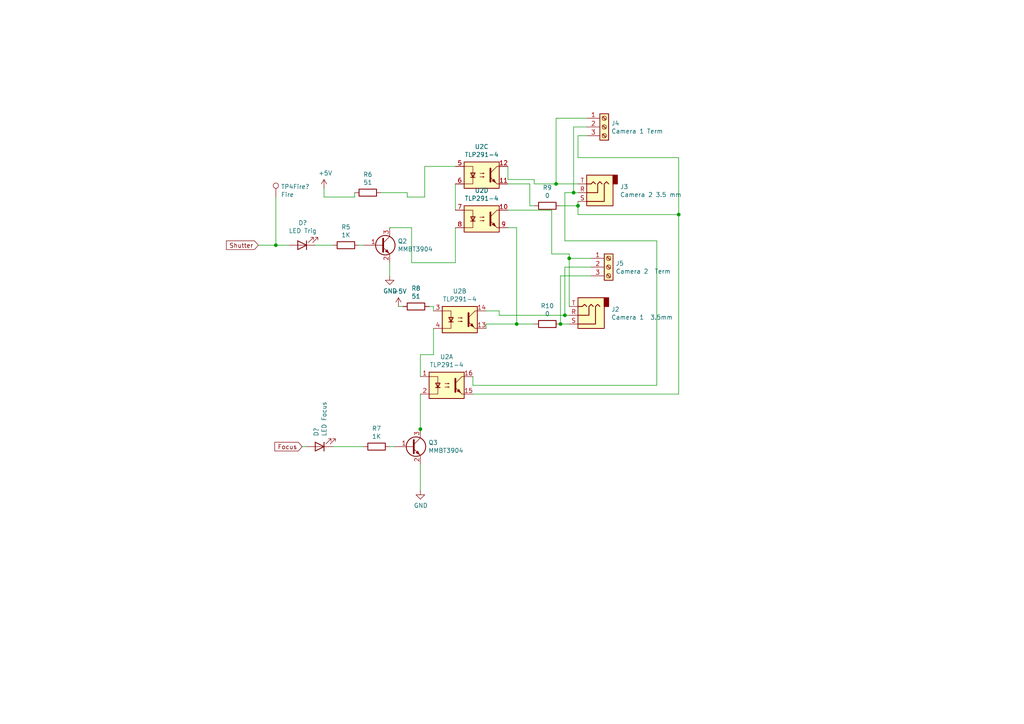
<source format=kicad_sch>
(kicad_sch (version 20230121) (generator eeschema)
  (paper "A4")
  (lib_symbols
    (symbol "CameraTriggerSensorNodeOnly-rescue:AudioJack3-Connector"
      (property "Reference" "J" (at 0 8.89 0))
      (property "Value" "Connector_AudioJack3" (at 0 6.35 0))
      (symbol "AudioJack3-Connector_0_1"
        (rectangle (start -5.08 -5.08) (end -6.35 -2.54) (stroke (width 0.254)) (fill (type outline)))
        (polyline (pts (xy 0 -2.54) (xy 0.635 -3.175) (xy 1.27 -2.54) (xy 2.54 -2.54)) (stroke (width 0.254)))
        (polyline (pts (xy -1.905 -2.54) (xy -1.27 -3.175) (xy -0.635 -2.54) (xy -0.635 0) (xy 2.54 0)) (stroke (width 0.254)))
        (polyline (pts (xy 2.54 2.54) (xy -2.54 2.54) (xy -2.54 -2.54) (xy -3.175 -3.175) (xy -3.81 -2.54)) (stroke (width 0.254)))
        (rectangle (start 2.54 3.81) (end -5.08 -5.08) (stroke (width 0.254)) (fill (type background)))
      )
      (symbol "AudioJack3-Connector_1_1"
        (pin passive line (at 5.08 0 180) (length 2.54) (name "~") (number "R"))
        (pin passive line (at 5.08 2.54 180) (length 2.54) (name "~") (number "S"))
        (pin passive line (at 5.08 -2.54 180) (length 2.54) (name "~") (number "T"))
      )
    )
    (symbol "Connector:Screw_Terminal_01x03" (pin_names (offset 1.016) hide)
      (property "Reference" "J" (at 0 5.08 0))
      (property "Value" "Screw_Terminal_01x03" (at 0 -5.08 0))
      (symbol "Screw_Terminal_01x03_1_1"
        (rectangle (start -1.27 3.81) (end 1.27 -3.81) (stroke (width 0.254)) (fill (type background)))
        (circle (center 0 -2.54) (radius 0.635) (stroke (width 0.1524)))
        (polyline (pts (xy -0.5334 -2.2098) (xy 0.3302 -3.048)) (stroke (width 0.1524)))
        (polyline (pts (xy -0.5334 0.3302) (xy 0.3302 -0.508)) (stroke (width 0.1524)))
        (polyline (pts (xy -0.5334 2.8702) (xy 0.3302 2.032)) (stroke (width 0.1524)))
        (polyline (pts (xy -0.3556 -2.032) (xy 0.508 -2.8702)) (stroke (width 0.1524)))
        (polyline (pts (xy -0.3556 0.508) (xy 0.508 -0.3302)) (stroke (width 0.1524)))
        (polyline (pts (xy -0.3556 3.048) (xy 0.508 2.2098)) (stroke (width 0.1524)))
        (circle (center 0 0) (radius 0.635) (stroke (width 0.1524)))
        (circle (center 0 2.54) (radius 0.635) (stroke (width 0.1524)))
        (pin passive line (at -5.08 2.54 0) (length 3.81) (name "Pin_1") (number "1"))
        (pin passive line (at -5.08 0 0) (length 3.81) (name "Pin_2") (number "2"))
        (pin passive line (at -5.08 -2.54 0) (length 3.81) (name "Pin_3") (number "3"))
      )
    )
    (symbol "Connector:TestPoint" (pin_numbers hide) (pin_names (offset 0.762) hide)
      (property "Reference" "TP" (at 0 6.858 0))
      (property "Value" "TestPoint" (at 0 5.08 0))
      (symbol "TestPoint_0_1"
        (circle (center 0 3.302) (radius 0.762))
      )
      (symbol "TestPoint_1_1"
        (pin passive line (at 0 0 90) (length 2.54) (name "1") (number "1"))
      )
    )
    (symbol "Device:LED" (pin_numbers hide) (pin_names (offset 1.016) hide)
      (property "Reference" "D" (at 0 2.54 0))
      (property "Value" "LED" (at 0 -2.54 0))
      (symbol "LED_0_1"
        (polyline (pts (xy -1.27 -1.27) (xy -1.27 1.27)) (stroke (width 0.254)))
        (polyline (pts (xy -1.27 0) (xy 1.27 0)))
        (polyline (pts (xy 1.27 -1.27) (xy 1.27 1.27) (xy -1.27 0) (xy 1.27 -1.27)) (stroke (width 0.254)))
        (polyline (pts (xy -3.048 -0.762) (xy -4.572 -2.286) (xy -3.81 -2.286) (xy -4.572 -2.286) (xy -4.572 -1.524)))
        (polyline (pts (xy -1.778 -0.762) (xy -3.302 -2.286) (xy -2.54 -2.286) (xy -3.302 -2.286) (xy -3.302 -1.524)))
      )
      (symbol "LED_1_1"
        (pin passive line (at -3.81 0 0) (length 2.54) (name "K") (number "1"))
        (pin passive line (at 3.81 0 180) (length 2.54) (name "A") (number "2"))
      )
    )
    (symbol "Device:R" (pin_numbers hide) (pin_names (offset 0))
      (property "Reference" "R" (at 2.032 0 90))
      (property "Value" "R" (at 0 0 90))
      (symbol "R_0_1"
        (rectangle (start -1.016 -2.54) (end 1.016 2.54) (stroke (width 0.254)))
      )
      (symbol "R_1_1"
        (pin passive line (at 0 3.81 270) (length 1.27) (name "~") (number "1"))
        (pin passive line (at 0 -3.81 90) (length 1.27) (name "~") (number "2"))
      )
    )
    (symbol "Isolator:TLP291-4"
      (property "Reference" "U" (at -5.08 5.08 0))
      (property "Value" "TLP291-4" (at 0 5.08 0))
      (symbol "TLP291-4_0_1"
        (rectangle (start -5.08 3.81) (end 5.08 -3.81) (stroke (width 0.254)) (fill (type background)))
        (polyline (pts (xy -3.175 -0.635) (xy -1.905 -0.635)) (stroke (width 0.254)))
        (polyline (pts (xy 2.54 0.635) (xy 4.445 2.54)))
        (polyline (pts (xy 4.445 -2.54) (xy 2.54 -0.635)) (fill (type outline)))
        (polyline (pts (xy 4.445 -2.54) (xy 5.08 -2.54)))
        (polyline (pts (xy 4.445 2.54) (xy 5.08 2.54)))
        (polyline (pts (xy -5.08 2.54) (xy -2.54 2.54) (xy -2.54 0.635)))
        (polyline (pts (xy -2.54 0.635) (xy -2.54 -2.54) (xy -5.08 -2.54)))
        (polyline (pts (xy 2.54 1.905) (xy 2.54 -1.905) (xy 2.54 -1.905)) (stroke (width 0.508)))
        (polyline (pts (xy -2.54 -0.635) (xy -3.175 0.635) (xy -1.905 0.635) (xy -2.54 -0.635)) (stroke (width 0.254)))
        (polyline (pts (xy -0.508 -0.508) (xy 0.762 -0.508) (xy 0.381 -0.635) (xy 0.381 -0.381) (xy 0.762 -0.508)))
        (polyline (pts (xy -0.508 0.508) (xy 0.762 0.508) (xy 0.381 0.381) (xy 0.381 0.635) (xy 0.762 0.508)))
        (polyline (pts (xy 3.048 -1.651) (xy 3.556 -1.143) (xy 4.064 -2.159) (xy 3.048 -1.651) (xy 3.048 -1.651)) (fill (type outline)))
      )
      (symbol "TLP291-4_1_1"
        (pin passive line (at -7.62 2.54 0) (length 2.54) (name "~") (number "1"))
        (pin passive line (at 7.62 -2.54 180) (length 2.54) (name "~") (number "15"))
        (pin passive line (at 7.62 2.54 180) (length 2.54) (name "~") (number "16"))
        (pin passive line (at -7.62 -2.54 0) (length 2.54) (name "~") (number "2"))
      )
      (symbol "TLP291-4_2_1"
        (pin passive line (at 7.62 -2.54 180) (length 2.54) (name "~") (number "13"))
        (pin passive line (at 7.62 2.54 180) (length 2.54) (name "~") (number "14"))
        (pin passive line (at -7.62 2.54 0) (length 2.54) (name "~") (number "3"))
        (pin passive line (at -7.62 -2.54 0) (length 2.54) (name "~") (number "4"))
      )
      (symbol "TLP291-4_3_1"
        (pin passive line (at 7.62 -2.54 180) (length 2.54) (name "~") (number "11"))
        (pin passive line (at 7.62 2.54 180) (length 2.54) (name "~") (number "12"))
        (pin passive line (at -7.62 2.54 0) (length 2.54) (name "~") (number "5"))
        (pin passive line (at -7.62 -2.54 0) (length 2.54) (name "~") (number "6"))
      )
      (symbol "TLP291-4_4_1"
        (pin passive line (at 7.62 2.54 180) (length 2.54) (name "~") (number "10"))
        (pin passive line (at -7.62 2.54 0) (length 2.54) (name "~") (number "7"))
        (pin passive line (at -7.62 -2.54 0) (length 2.54) (name "~") (number "8"))
        (pin passive line (at 7.62 -2.54 180) (length 2.54) (name "~") (number "9"))
      )
    )
    (symbol "Transistor_BJT:MMBT3904" (pin_names (offset 0) hide)
      (property "Reference" "Q" (at 5.08 1.905 0))
      (property "Value" "MMBT3904" (at 5.08 0 0))
      (symbol "MMBT3904_0_1"
        (polyline (pts (xy 0.635 0.635) (xy 2.54 2.54)))
        (polyline (pts (xy 0.635 -0.635) (xy 2.54 -2.54) (xy 2.54 -2.54)))
        (polyline (pts (xy 0.635 1.905) (xy 0.635 -1.905) (xy 0.635 -1.905)) (stroke (width 0.508)))
        (polyline (pts (xy 1.27 -1.778) (xy 1.778 -1.27) (xy 2.286 -2.286) (xy 1.27 -1.778) (xy 1.27 -1.778)) (fill (type outline)))
        (circle (center 1.27 0) (radius 2.8194) (stroke (width 0.254)))
      )
      (symbol "MMBT3904_1_1"
        (pin input line (at -5.08 0 0) (length 5.715) (name "B") (number "1"))
        (pin passive line (at 2.54 -5.08 90) (length 2.54) (name "E") (number "2"))
        (pin passive line (at 2.54 5.08 270) (length 2.54) (name "C") (number "3"))
      )
    )
    (symbol "power:+5V" (power) (pin_names (offset 0))
      (property "Value" "+5V" (at 0 3.556 0))
      (symbol "+5V_0_1"
        (polyline (pts (xy -0.762 1.27) (xy 0 2.54)))
        (polyline (pts (xy 0 0) (xy 0 2.54)))
        (polyline (pts (xy 0 2.54) (xy 0.762 1.27)))
      )
      (symbol "+5V_1_1"
        (pin power_in line (at 0 0 90) (length 0) hide (name "+5V") (number "1"))
      )
    )
    (symbol "power:GND" (power) (pin_names (offset 0))
      (property "Value" "GND" (at 0 -3.81 0))
      (symbol "GND_0_1"
        (polyline (pts (xy 0 0) (xy 0 -1.27) (xy 1.27 -1.27) (xy 0 -2.54) (xy -1.27 -1.27) (xy 0 -1.27)))
      )
      (symbol "GND_1_1"
        (pin power_in line (at 0 0 270) (length 0) hide (name "GND") (number "1"))
      )
    )
  )
  (junction (at 161.29 53.34))
  (junction (at 121.92 124.46))
  (junction (at 162.56 93.98))
  (junction (at 80.01 71.12))
  (junction (at 165.1 74.93))
  (junction (at 166.37 55.88))
  (junction (at 167.64 59.69))
  (junction (at 196.85 62.23))
  (junction (at 149.86 93.98))
  (junction (at 163.83 91.44))
  (wire (pts (xy 149.86 93.98) (xy 154.94 93.98)))
  (wire (pts (xy 161.29 34.29) (xy 161.29 53.34)))
  (wire (pts (xy 124.46 88.9) (xy 125.73 88.9)))
  (wire (pts (xy 123.19 48.26) (xy 123.19 57.15)))
  (wire (pts (xy 144.78 90.17) (xy 140.97 90.17)))
  (wire (pts (xy 119.38 76.2) (xy 132.08 76.2)))
  (wire (pts (xy 165.1 88.9) (xy 165.1 74.93)))
  (wire (pts (xy 113.03 76.2) (xy 113.03 80.01)))
  (wire (pts (xy 170.18 34.29) (xy 161.29 34.29)))
  (wire (pts (xy 113.03 66.04) (xy 119.38 66.04)))
  (wire (pts (xy 149.86 93.98) (xy 140.97 93.98)))
  (wire (pts (xy 190.5 111.76) (xy 190.5 69.85)))
  (wire (pts (xy 93.98 57.15) (xy 102.87 57.15)))
  (wire (pts (xy 160.02 73.66) (xy 165.1 73.66)))
  (wire (pts (xy 166.37 55.88) (xy 167.64 55.88)))
  (wire (pts (xy 163.83 91.44) (xy 163.83 77.47)))
  (wire (pts (xy 149.86 66.04) (xy 147.32 66.04)))
  (wire (pts (xy 196.85 62.23) (xy 167.64 62.23)))
  (wire (pts (xy 162.56 59.69) (xy 167.64 59.69)))
  (wire (pts (xy 167.64 58.42) (xy 167.64 59.69)))
  (wire (pts (xy 196.85 62.23) (xy 196.85 45.72)))
  (wire (pts (xy 160.02 60.96) (xy 160.02 73.66)))
  (wire (pts (xy 165.1 74.93) (xy 171.45 74.93)))
  (wire (pts (xy 147.32 60.96) (xy 160.02 60.96)))
  (wire (pts (xy 147.32 52.07) (xy 147.32 48.26)))
  (wire (pts (xy 161.29 53.34) (xy 154.94 53.34)))
  (wire (pts (xy 96.52 129.54) (xy 105.41 129.54)))
  (wire (pts (xy 167.64 59.69) (xy 167.64 62.23)))
  (wire (pts (xy 119.38 66.04) (xy 119.38 76.2)))
  (wire (pts (xy 154.94 52.07) (xy 147.32 52.07)))
  (wire (pts (xy 163.83 69.85) (xy 163.83 55.88)))
  (wire (pts (xy 80.01 57.15) (xy 80.01 71.12)))
  (wire (pts (xy 196.85 114.3) (xy 196.85 62.23)))
  (wire (pts (xy 196.85 45.72) (xy 167.64 45.72)))
  (wire (pts (xy 163.83 91.44) (xy 144.78 91.44)))
  (wire (pts (xy 162.56 93.98) (xy 162.56 80.01)))
  (wire (pts (xy 144.78 91.44) (xy 144.78 90.17)))
  (wire (pts (xy 162.56 93.98) (xy 165.1 93.98)))
  (wire (pts (xy 121.92 134.62) (xy 121.92 142.24)))
  (wire (pts (xy 162.56 80.01) (xy 171.45 80.01)))
  (wire (pts (xy 123.19 48.26) (xy 132.08 48.26)))
  (wire (pts (xy 153.67 59.69) (xy 153.67 53.34)))
  (wire (pts (xy 102.87 57.15) (xy 102.87 55.88)))
  (wire (pts (xy 80.01 71.12) (xy 83.82 71.12)))
  (wire (pts (xy 87.63 129.54) (xy 88.9 129.54)))
  (wire (pts (xy 140.97 93.98) (xy 140.97 95.25)))
  (wire (pts (xy 74.93 71.12) (xy 80.01 71.12)))
  (wire (pts (xy 125.73 88.9) (xy 125.73 90.17)))
  (wire (pts (xy 190.5 69.85) (xy 163.83 69.85)))
  (wire (pts (xy 165.1 74.93) (xy 165.1 73.66)))
  (wire (pts (xy 125.73 102.87) (xy 121.92 102.87)))
  (wire (pts (xy 163.83 55.88) (xy 166.37 55.88)))
  (wire (pts (xy 121.92 124.46) (xy 121.92 125.73)))
  (wire (pts (xy 153.67 59.69) (xy 154.94 59.69)))
  (wire (pts (xy 137.16 114.3) (xy 196.85 114.3)))
  (wire (pts (xy 154.94 53.34) (xy 154.94 52.07)))
  (wire (pts (xy 118.11 55.88) (xy 118.11 57.15)))
  (wire (pts (xy 165.1 91.44) (xy 163.83 91.44)))
  (wire (pts (xy 137.16 111.76) (xy 137.16 109.22)))
  (wire (pts (xy 132.08 60.96) (xy 132.08 53.34)))
  (wire (pts (xy 121.92 102.87) (xy 121.92 109.22)))
  (wire (pts (xy 137.16 111.76) (xy 190.5 111.76)))
  (wire (pts (xy 123.19 57.15) (xy 118.11 57.15)))
  (wire (pts (xy 93.98 54.61) (xy 93.98 57.15)))
  (wire (pts (xy 149.86 66.04) (xy 149.86 93.98)))
  (wire (pts (xy 167.64 53.34) (xy 161.29 53.34)))
  (wire (pts (xy 167.64 45.72) (xy 167.64 39.37)))
  (wire (pts (xy 163.83 77.47) (xy 171.45 77.47)))
  (wire (pts (xy 91.44 71.12) (xy 96.52 71.12)))
  (wire (pts (xy 166.37 36.83) (xy 170.18 36.83)))
  (wire (pts (xy 167.64 39.37) (xy 170.18 39.37)))
  (wire (pts (xy 166.37 55.88) (xy 166.37 36.83)))
  (wire (pts (xy 115.57 88.9) (xy 116.84 88.9)))
  (wire (pts (xy 104.14 71.12) (xy 105.41 71.12)))
  (wire (pts (xy 153.67 53.34) (xy 147.32 53.34)))
  (wire (pts (xy 125.73 95.25) (xy 125.73 102.87)))
  (wire (pts (xy 121.92 114.3) (xy 121.92 124.46)))
  (wire (pts (xy 132.08 76.2) (xy 132.08 66.04)))
  (wire (pts (xy 113.03 129.54) (xy 114.3 129.54)))
  (wire (pts (xy 110.49 55.88) (xy 118.11 55.88)))
  (global_label "Shutter" (shape input) (at 74.93 71.12 180) (property "Intersheetrefs" "${INTERSHEET_REFS}" (effects hide)))
  (global_label "Focus" (shape input) (at 87.63 129.54 180) (property "Intersheetrefs" "${INTERSHEET_REFS}" (effects hide)))
  (symbol (lib_id "Device:R") (at 100.33 71.12 270) (unit 1)
    (property "Reference" "R5" (at 100.33 65.8622 90))
    (property "Value" "1K" (at 100.33 68.1736 90))
    (property "Footprint" "Resistor_SMD:R_0603_1608Metric" (effects hide))
    (property "LCSC" "C22843" (effects hide))
    (instances (project "CameraTriggerSensorNodeOnly" (path "" (reference "R5") (unit 1)) (path "" (reference "R?") (unit 1))))
  )
  (symbol (lib_id "Device:R") (at 109.22 129.54 270) (unit 1)
    (property "Reference" "R7" (at 109.22 124.2822 90))
    (property "Value" "1K" (at 109.22 126.5936 90))
    (property "Footprint" "Resistor_SMD:R_0603_1608Metric" (effects hide))
    (property "LCSC" "C22843" (effects hide))
    (instances (project "CameraTriggerSensorNodeOnly" (path "" (reference "R7") (unit 1)) (path "" (reference "R?") (unit 1))))
  )
  (symbol (lib_id "Transistor_BJT:MMBT3904") (at 110.49 71.12 0) (unit 1)
    (property "Reference" "Q2" (at 115.3414 69.9516 0) (effects (justify left)))
    (property "Value" "MMBT3904" (at 115.3414 72.263 0) (effects (justify left)))
    (property "Footprint" "Package_TO_SOT_SMD:SOT-23" (effects hide))
    (property "Datasheet" "https://www.fairchildsemi.com/datasheets/2N/2N3904.pdf" (effects hide))
    (property "LCSC" "C8512" (effects hide))
  )
  (symbol (lib_id "Transistor_BJT:MMBT3904") (at 119.38 129.54 0) (unit 1)
    (property "Reference" "Q3" (at 124.2314 128.3716 0) (effects (justify left)))
    (property "Value" "MMBT3904" (at 124.2314 130.683 0) (effects (justify left)))
    (property "Footprint" "Package_TO_SOT_SMD:SOT-23" (effects hide))
    (property "Datasheet" "https://www.fairchildsemi.com/datasheets/2N/2N3904.pdf" (effects hide))
    (property "LCSC" "C8512" (effects hide))
  )
  (symbol (lib_id "Device:R") (at 158.75 93.98 270) (unit 1)
    (property "Reference" "R10" (at 158.75 88.7222 90))
    (property "Value" "0" (at 158.75 91.0336 90))
    (property "Footprint" "Resistor_SMD:R_0805_2012Metric_Pad1.15x1.40mm_HandSolder" (effects hide))
    (property "LCSC" " C17477 " (effects hide))
  )
  (symbol (lib_id "Device:R") (at 158.75 59.69 270) (unit 1)
    (property "Reference" "R9" (at 158.75 54.4322 90))
    (property "Value" "0" (at 158.75 56.7436 90))
    (property "Footprint" "Resistor_SMD:R_0805_2012Metric_Pad1.15x1.40mm_HandSolder" (effects hide))
    (property "LCSC" " C17477 " (effects hide))
  )
  (symbol (lib_id "CameraTriggerSensorNodeOnly-rescue:AudioJack3-Connector") (at 170.18 91.44 180) (unit 1)
    (property "Reference" "J2" (at 177.292 89.7382 0) (effects (justify right)))
    (property "Value" "Camera 1  3.5mm" (at 177.292 92.0496 0) (effects (justify right)))
    (property "Footprint" "Connector_Audio:Jack_3.5mm_CUI_SJ1-3533NG_Horizontal_CircularHoles" (effects hide))
    (property "Datasheet" "~https://www.mouser.com/datasheet/2/670/sj1-353xng-1313133.pdf" (effects hide))
  )
  (symbol (lib_id "CameraTriggerSensorNodeOnly-rescue:AudioJack3-Connector") (at 172.72 55.88 180) (unit 1)
    (property "Reference" "J3" (at 179.832 54.1782 0) (effects (justify right)))
    (property "Value" "Camera 2 3.5 mm" (at 179.832 56.4896 0) (effects (justify right)))
    (property "Footprint" "Connector_Audio:Jack_3.5mm_CUI_SJ1-3533NG_Horizontal_CircularHoles" (effects hide))
  )
  (symbol (lib_id "power:GND") (at 121.92 142.24 0) (unit 1)
    (property "Reference" "#PWR026" (effects hide))
    (property "Value" "GND" (at 122.047 146.6342 0))
  )
  (symbol (lib_id "power:+5V") (at 115.57 88.9 0) (unit 1)
    (property "Reference" "#PWR025" (effects hide))
    (property "Value" "+5V" (at 115.951 84.5058 0))
  )
  (symbol (lib_id "power:GND") (at 113.03 80.01 0) (unit 1)
    (property "Reference" "#PWR024" (effects hide))
    (property "Value" "GND" (at 113.157 84.4042 0))
  )
  (symbol (lib_id "Device:R") (at 120.65 88.9 270) (unit 1)
    (property "Reference" "R8" (at 120.65 83.6422 90))
    (property "Value" "51" (at 120.65 85.9536 90))
    (property "Footprint" "Resistor_SMD:R_0603_1608Metric" (effects hide))
    (property "LCSC" " C880145 " (effects hide))
  )
  (symbol (lib_id "Device:R") (at 106.68 55.88 270) (unit 1)
    (property "Reference" "R6" (at 106.68 50.6222 90))
    (property "Value" "51" (at 106.68 52.9336 90))
    (property "Footprint" "Resistor_SMD:R_0603_1608Metric" (effects hide))
    (property "LCSC" " C880145 " (effects hide))
  )
  (symbol (lib_id "Device:LED") (at 92.71 129.54 180) (unit 1)
    (property "Reference" "D?" (at 91.7194 126.5682 90) (effects (justify right)))
    (property "Value" "LED Focus" (at 94.0308 126.5682 90) (effects (justify right)))
    (property "Footprint" "LED_SMD:LED_0805_2012Metric_Pad1.15x1.40mm_HandSolder" (effects hide))
    (instances (project "CameraTriggerSensorNodeOnly" (path "" (reference "D?") (unit 1)) (path "" (reference "D5") (unit 1))))
  )
  (symbol (lib_id "Device:LED") (at 87.63 71.12 180) (unit 1)
    (property "Reference" "D?" (at 87.8078 64.643 0))
    (property "Value" "LED Trig" (at 87.8078 66.9544 0))
    (property "Footprint" "LED_SMD:LED_0805_2012Metric_Castellated" (effects hide))
    (instances (project "CameraTriggerSensorNodeOnly" (path "" (reference "D?") (unit 1)) (path "" (reference "D4") (unit 1))))
  )
  (symbol (lib_id "power:+5V") (at 93.98 54.61 0) (unit 1)
    (property "Reference" "#PWR?" (effects hide))
    (property "Value" "+5V" (at 94.361 50.2158 0))
    (instances (project "CameraTriggerSensorNodeOnly" (path "" (reference "#PWR?") (unit 1)) (path "" (reference "#PWR023") (unit 1))))
  )
  (symbol (lib_id "Connector:TestPoint") (at 80.01 57.15 0) (unit 1)
    (property "Reference" "TP4Fire?" (at 81.4832 54.1528 0) (effects (justify left)))
    (property "Value" "Fire" (at 81.4832 56.4642 0) (effects (justify left)))
    (property "Footprint" "TestPoint:TestPoint_Keystone_5010-5014_Multipurpose" (effects hide))
    (instances (project "CameraTriggerSensorNodeOnly" (path "" (reference "TP4Fire?") (unit 1)) (path "" (reference "TP4Fire1") (unit 1))))
  )
  (symbol (lib_id "Connector:Screw_Terminal_01x03") (at 175.26 36.83 0) (unit 1)
    (property "Reference" "J4" (at 177.292 35.7632 0) (effects (justify left)))
    (property "Value" "Camera 1 Term" (at 177.292 38.0746 0) (effects (justify left)))
    (property "Footprint" "TerminalBlock_TE-Connectivity:TerminalBlock_TE_282834-3_1x03_P2.54mm_Horizontal" (effects hide))
  )
  (symbol (lib_id "Connector:Screw_Terminal_01x03") (at 176.53 77.47 0) (unit 1)
    (property "Reference" "J5" (at 178.562 76.4032 0) (effects (justify left)))
    (property "Value" "Camera 2  Term" (at 178.562 78.7146 0) (effects (justify left)))
    (property "Footprint" "TerminalBlock_TE-Connectivity:TerminalBlock_TE_282834-3_1x03_P2.54mm_Horizontal" (effects hide))
  )
  (symbol (lib_id "Isolator:TLP291-4") (at 139.7 50.8 0) (unit 3)
    (property "Reference" "U2" (at 139.7 42.545 0))
    (property "Value" "TLP291-4" (at 139.7 44.8564 0))
    (property "Footprint" "Package_SO:SOIC-16_4.55x10.3mm_P1.27mm" (effects hide))
    (property "Datasheet" "https://toshiba.semicon-storage.com/info/docget.jsp?did=12858&prodName=TLP291-4" (effects hide))
    (property "LCSC" " C60900" (effects hide))
  )
  (symbol (lib_id "Isolator:TLP291-4") (at 139.7 63.5 0) (unit 4)
    (property "Reference" "U2" (at 139.7 55.245 0))
    (property "Value" "TLP291-4" (at 139.7 57.5564 0))
    (property "Footprint" "Package_SO:SOIC-16_4.55x10.3mm_P1.27mm" (effects hide))
    (property "Datasheet" "https://toshiba.semicon-storage.com/info/docget.jsp?did=12858&prodName=TLP291-4" (effects hide))
  )
  (symbol (lib_id "Isolator:TLP291-4") (at 133.35 92.71 0) (unit 2)
    (property "Reference" "U2" (at 133.35 84.455 0))
    (property "Value" "TLP291-4" (at 133.35 86.7664 0))
    (property "Footprint" "Package_SO:SOIC-16_4.55x10.3mm_P1.27mm" (effects hide))
    (property "Datasheet" "https://toshiba.semicon-storage.com/info/docget.jsp?did=12858&prodName=TLP291-4" (effects hide))
  )
  (symbol (lib_id "Isolator:TLP291-4") (at 129.54 111.76 0) (unit 1)
    (property "Reference" "U2" (at 129.54 103.505 0))
    (property "Value" "TLP291-4" (at 129.54 105.8164 0))
    (property "Footprint" "Package_SO:SOIC-16_4.55x10.3mm_P1.27mm" (effects hide))
    (property "Datasheet" "https://toshiba.semicon-storage.com/info/docget.jsp?did=12858&prodName=TLP291-4" (effects hide))
  )
)
</source>
